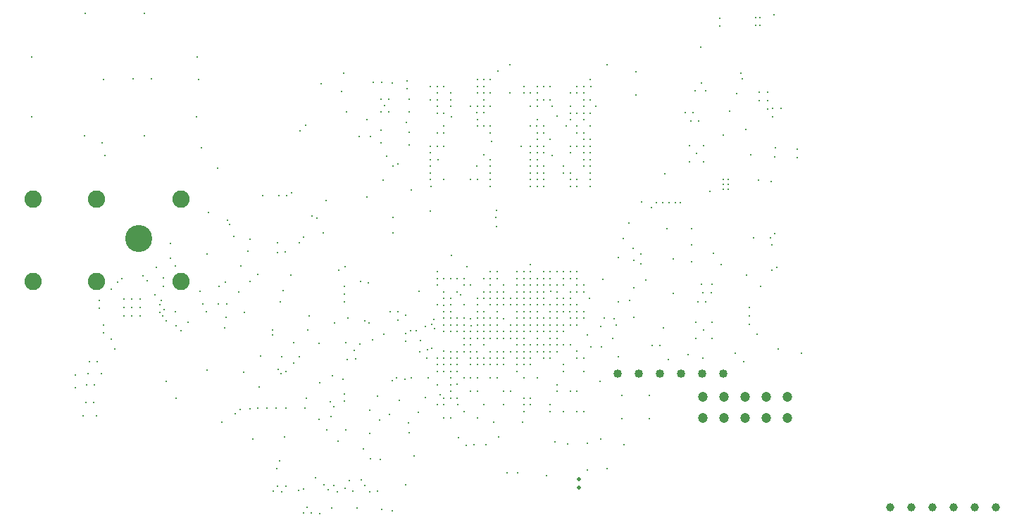
<source format=gbr>
%TF.GenerationSoftware,KiCad,Pcbnew,8.0.6-8.0.6-0~ubuntu24.04.1*%
%TF.CreationDate,2025-03-07T13:19:14+05:30*%
%TF.ProjectId,DFTBoard,44465442-6f61-4726-942e-6b696361645f,rev?*%
%TF.SameCoordinates,Original*%
%TF.FileFunction,Plated,1,8,PTH,Drill*%
%TF.FilePolarity,Positive*%
%FSLAX46Y46*%
G04 Gerber Fmt 4.6, Leading zero omitted, Abs format (unit mm)*
G04 Created by KiCad (PCBNEW 8.0.6-8.0.6-0~ubuntu24.04.1) date 2025-03-07 13:19:14*
%MOMM*%
%LPD*%
G01*
G04 APERTURE LIST*
%TA.AperFunction,ViaDrill*%
%ADD10C,0.250000*%
%TD*%
%TA.AperFunction,ComponentDrill*%
%ADD11C,0.500000*%
%TD*%
%TA.AperFunction,ComponentDrill*%
%ADD12C,1.000000*%
%TD*%
%TA.AperFunction,ComponentDrill*%
%ADD13C,1.016000*%
%TD*%
%TA.AperFunction,ComponentDrill*%
%ADD14C,1.200000*%
%TD*%
%TA.AperFunction,ComponentDrill*%
%ADD15C,2.080000*%
%TD*%
%TA.AperFunction,ComponentDrill*%
%ADD16C,3.250000*%
%TD*%
G04 APERTURE END LIST*
D10*
X105034134Y-111190000D03*
X105044134Y-103970000D03*
X110354134Y-142229025D03*
X110354134Y-143804025D03*
X111269134Y-147126525D03*
X111434134Y-113460000D03*
X111474134Y-98750000D03*
X111554134Y-145546525D03*
X111669134Y-143416525D03*
X111866634Y-142116525D03*
X111969134Y-140616525D03*
X112524134Y-145546525D03*
X112639134Y-143416525D03*
X112844134Y-147126525D03*
X112939134Y-140616525D03*
X113160000Y-133280000D03*
X113224134Y-134226525D03*
X113441634Y-142116525D03*
X113534134Y-114330000D03*
X113680000Y-137140000D03*
X113704134Y-106700000D03*
X113724134Y-136226525D03*
X113884134Y-115820000D03*
X114624134Y-131926525D03*
X114624134Y-137926525D03*
X115024134Y-139126525D03*
X115374134Y-131076525D03*
X115874134Y-130626525D03*
X116124134Y-133126525D03*
X116124134Y-134126525D03*
X116124134Y-135126525D03*
X117124134Y-133126525D03*
X117124134Y-134126525D03*
X117124134Y-135126525D03*
X117254134Y-106590000D03*
X118124134Y-133126525D03*
X118124134Y-134126525D03*
X118124134Y-135126525D03*
X118424134Y-130326525D03*
X118634134Y-98740000D03*
X118634134Y-113470000D03*
X118924134Y-130926525D03*
X119444134Y-106600000D03*
X119860000Y-132600000D03*
X120011634Y-129326525D03*
X120472271Y-133812147D03*
X120516914Y-134684525D03*
X120610790Y-133246859D03*
X120824134Y-135184525D03*
X120924134Y-130601525D03*
X120924134Y-131571525D03*
X120996241Y-134354418D03*
X121224134Y-135726525D03*
X121224134Y-143026525D03*
X121724134Y-128226525D03*
X121740000Y-126430000D03*
X122309161Y-134667354D03*
X122324134Y-129126525D03*
X122396241Y-136310204D03*
X122424134Y-145026525D03*
X123018348Y-136932311D03*
X123831124Y-135940311D03*
X124914134Y-111190000D03*
X124924134Y-104030000D03*
X125174134Y-106700000D03*
X125283313Y-132211560D03*
X125494134Y-114920000D03*
X125655420Y-133695239D03*
X126024134Y-134676525D03*
X126124134Y-127726525D03*
X126124134Y-141626525D03*
X126314148Y-122676525D03*
X127404134Y-117390000D03*
X127539134Y-133726525D03*
X127624134Y-131626525D03*
X127924134Y-147926525D03*
X128224134Y-136626525D03*
X128346241Y-131048632D03*
X128424134Y-135326525D03*
X128509134Y-133726525D03*
X128624134Y-123626525D03*
X128821133Y-124174172D03*
X129374134Y-125576525D03*
X129510366Y-146901284D03*
X129924134Y-132226525D03*
X130124134Y-146426525D03*
X130224134Y-129126525D03*
X130548411Y-141933525D03*
X130624134Y-134726525D03*
X131024134Y-127326525D03*
X131324134Y-125926525D03*
X131324134Y-131026525D03*
X131324134Y-146326525D03*
X131640000Y-149990000D03*
X132224134Y-130126525D03*
X132224134Y-146226525D03*
X132391017Y-143737622D03*
X132600000Y-139940000D03*
X132824134Y-120626525D03*
X133324134Y-146226525D03*
X134024134Y-136826525D03*
X134024134Y-137426525D03*
X134135000Y-156250000D03*
X134424134Y-146226525D03*
X134500000Y-153500000D03*
X134596241Y-126354418D03*
X134624134Y-127526525D03*
X134655000Y-155645000D03*
X134724134Y-141609526D03*
X134824134Y-120626525D03*
X134900000Y-152550000D03*
X134939134Y-133426525D03*
X135024134Y-142126525D03*
X135130000Y-140020000D03*
X135165000Y-156295000D03*
X135274134Y-132126525D03*
X135460000Y-149750000D03*
X135524134Y-127426525D03*
X135624134Y-141876525D03*
X135624134Y-146233525D03*
X135645000Y-155645000D03*
X135724134Y-120626525D03*
X136224134Y-130226525D03*
X136324134Y-120326525D03*
X136550000Y-140860000D03*
X136574134Y-138326525D03*
X137185000Y-156115000D03*
X137224134Y-126341525D03*
X137224134Y-140026525D03*
X137360000Y-112850000D03*
X137715000Y-158865000D03*
X137724123Y-125633525D03*
X137790000Y-156000000D03*
X137924134Y-146226525D03*
X138020000Y-112210000D03*
X138124134Y-145026525D03*
X138195000Y-158215000D03*
X138270000Y-136830000D03*
X138424134Y-135114025D03*
X138705000Y-158865000D03*
X138724134Y-123126525D03*
X139185000Y-154625000D03*
X139374134Y-123376525D03*
X139622793Y-147612793D03*
X139624134Y-138442704D03*
X139674134Y-143226525D03*
X139735000Y-158910000D03*
X139874134Y-107176525D03*
X140124134Y-125126525D03*
X140190000Y-155470000D03*
X140424135Y-121226525D03*
X140530000Y-148840000D03*
X140690000Y-156070000D03*
X141002793Y-145492793D03*
X141020000Y-147220000D03*
X141175000Y-158245000D03*
X141260000Y-142310000D03*
X141358707Y-146078707D03*
X141417000Y-155550000D03*
X141460000Y-136000000D03*
X141778000Y-156352284D03*
X141870000Y-150210000D03*
X142024134Y-129626525D03*
X142324134Y-108126525D03*
X142524134Y-142726525D03*
X142534134Y-105946525D03*
X142624134Y-131589025D03*
X142624134Y-132526525D03*
X142624134Y-133464025D03*
X142630000Y-145383000D03*
X142670000Y-144520000D03*
X142724134Y-129241525D03*
X142730000Y-155890000D03*
X142840000Y-148870000D03*
X142849134Y-138351525D03*
X142924134Y-110626525D03*
X143024134Y-140426525D03*
X143074134Y-135426525D03*
X143270000Y-155000000D03*
X143690000Y-156250000D03*
X143824134Y-139326525D03*
X144024134Y-140326525D03*
X144185000Y-158290000D03*
X144424134Y-113514025D03*
X144540000Y-138520000D03*
X144624134Y-131026525D03*
X144680000Y-154850000D03*
X144936634Y-151126525D03*
X145124134Y-135726525D03*
X145145000Y-155565000D03*
X145371134Y-111526525D03*
X145374134Y-120876525D03*
X145507132Y-131126525D03*
X145624134Y-136026525D03*
X145685000Y-156295500D03*
X145724134Y-146526525D03*
X145724134Y-149326525D03*
X145764134Y-113521525D03*
X145779134Y-152361525D03*
X146024134Y-138026525D03*
X146139134Y-107026525D03*
X146624134Y-144764025D03*
X146645000Y-156215000D03*
X146870000Y-147680000D03*
X146940000Y-152409525D03*
X147024134Y-109026525D03*
X147024134Y-110626525D03*
X147036634Y-112826525D03*
X147036634Y-114326525D03*
X147109134Y-107026525D03*
X147185000Y-158470000D03*
X147324134Y-118826525D03*
X147410000Y-137330000D03*
X147464134Y-109836525D03*
X147724134Y-115926525D03*
X148024134Y-109026525D03*
X148024134Y-110626525D03*
X148120000Y-147020000D03*
X148124134Y-134626525D03*
X148380000Y-158580000D03*
X148424134Y-107126525D03*
X148429079Y-142959079D03*
X148511634Y-125126525D03*
X148524134Y-117126525D03*
X148524134Y-123311525D03*
X148924134Y-142626525D03*
X149124134Y-116826525D03*
X149124134Y-134626525D03*
X149124134Y-135626525D03*
X149224134Y-145326525D03*
X149924134Y-142733525D03*
X150024134Y-135026525D03*
X150024134Y-137226525D03*
X150024134Y-138226525D03*
X150060000Y-155430000D03*
X150089134Y-111826525D03*
X150224134Y-106841525D03*
X150224134Y-107811525D03*
X150343282Y-148007377D03*
X150424134Y-113039025D03*
X150424134Y-114614025D03*
X150424134Y-149226525D03*
X150464134Y-109049025D03*
X150464134Y-110624025D03*
X150610000Y-136900000D03*
X150724134Y-120026525D03*
X150724134Y-142626525D03*
X151000000Y-152000000D03*
X151320000Y-136910000D03*
X151570000Y-146730000D03*
X151610000Y-132150000D03*
X151696653Y-139504214D03*
X151820000Y-138120000D03*
X152380000Y-144930000D03*
X152424134Y-136426525D03*
X152600000Y-140219525D03*
X152624134Y-139226525D03*
X152724134Y-142626525D03*
X153024134Y-107526525D03*
X153024134Y-109126525D03*
X153024134Y-114726525D03*
X153024134Y-115526525D03*
X153024134Y-116326525D03*
X153024134Y-118726525D03*
X153024134Y-122564025D03*
X153026408Y-117079821D03*
X153031124Y-117919997D03*
X153109282Y-119548307D03*
X153170000Y-136130000D03*
X153194134Y-139016525D03*
X153430000Y-135540000D03*
X153480000Y-136663000D03*
X153804134Y-129826525D03*
X153804134Y-130626525D03*
X153824134Y-107526525D03*
X153824134Y-108326525D03*
X153824134Y-109126525D03*
X153824134Y-109926525D03*
X153824134Y-110726525D03*
X153824134Y-113126525D03*
X153824134Y-114726525D03*
X153824134Y-131426525D03*
X153824134Y-133826525D03*
X153824134Y-140226525D03*
X153824134Y-141026525D03*
X153824134Y-141826525D03*
X153824134Y-143426525D03*
X153824134Y-145826525D03*
X153900000Y-116330000D03*
X154212596Y-144614987D03*
X154609052Y-137008107D03*
X154624134Y-107526525D03*
X154624134Y-110726525D03*
X154624134Y-112326525D03*
X154624134Y-113126525D03*
X154624134Y-114726525D03*
X154624134Y-118726525D03*
X154624134Y-130626525D03*
X154624134Y-132226525D03*
X154624134Y-133026525D03*
X154624134Y-133836525D03*
X154624134Y-134626525D03*
X154624134Y-135416525D03*
X154624134Y-136216525D03*
X154624134Y-139392263D03*
X154624134Y-140226525D03*
X154624134Y-141026525D03*
X154624134Y-141826525D03*
X154624134Y-145026525D03*
X154624134Y-145826525D03*
X154624134Y-147392266D03*
X155414134Y-136226525D03*
X155417144Y-109124927D03*
X155424134Y-108326525D03*
X155424134Y-109926525D03*
X155424134Y-130626525D03*
X155424134Y-133826525D03*
X155424134Y-134626525D03*
X155424134Y-135416525D03*
X155424134Y-137026525D03*
X155424134Y-139426525D03*
X155424134Y-140226525D03*
X155424134Y-141016525D03*
X155424134Y-141826525D03*
X155424134Y-143426525D03*
X155424134Y-144226525D03*
X155424134Y-145026525D03*
X155424134Y-147426525D03*
X155434134Y-133026525D03*
X155440000Y-142630000D03*
X155524134Y-127826525D03*
X155550880Y-111213037D03*
X156220000Y-143400000D03*
X156224134Y-130626525D03*
X156224134Y-132226525D03*
X156224134Y-135426525D03*
X156224134Y-136226525D03*
X156224134Y-137026525D03*
X156224134Y-139426525D03*
X156224134Y-140251525D03*
X156224134Y-141026525D03*
X156224134Y-141826525D03*
X156224134Y-145026525D03*
X156250000Y-145830000D03*
X156336256Y-149826256D03*
X156624134Y-132626525D03*
X157024134Y-130616525D03*
X157024134Y-131426525D03*
X157024134Y-133792266D03*
X157024134Y-135426525D03*
X157024134Y-136226525D03*
X157024134Y-137046525D03*
X157024134Y-137826525D03*
X157024134Y-138626525D03*
X157024134Y-142626525D03*
X157024134Y-146626525D03*
X157024136Y-139460786D03*
X157340000Y-150720000D03*
X157424134Y-129226525D03*
X157807388Y-135443272D03*
X157824134Y-109926525D03*
X157824134Y-118726525D03*
X157824134Y-131426525D03*
X157824134Y-137026525D03*
X157824134Y-137816525D03*
X157824134Y-139426525D03*
X157824134Y-140226525D03*
X157824134Y-141026525D03*
X157824134Y-142626525D03*
X157824134Y-144226525D03*
X157834134Y-138626525D03*
X157878001Y-136294899D03*
X158280000Y-150670000D03*
X158598501Y-110719535D03*
X158614134Y-139426525D03*
X158617144Y-117133322D03*
X158624133Y-147392265D03*
X158624134Y-106726525D03*
X158624134Y-107526525D03*
X158624134Y-108326525D03*
X158624134Y-109926525D03*
X158624134Y-111551525D03*
X158624134Y-118726525D03*
X158624134Y-133026525D03*
X158624134Y-133826525D03*
X158624134Y-134626525D03*
X158624134Y-135426525D03*
X158624134Y-136226525D03*
X158624134Y-137026525D03*
X158624134Y-137826525D03*
X158624134Y-140226525D03*
X158624134Y-141026525D03*
X158624134Y-142626525D03*
X158624134Y-144226525D03*
X158628622Y-112319535D03*
X159403648Y-115732131D03*
X159423080Y-112319535D03*
X159424134Y-106726525D03*
X159424134Y-107526525D03*
X159424134Y-108325482D03*
X159424134Y-109919535D03*
X159424134Y-130626525D03*
X159424134Y-132226525D03*
X159424134Y-133026525D03*
X159424134Y-134626525D03*
X159424134Y-135426525D03*
X159424134Y-136226525D03*
X159424134Y-137026525D03*
X159424134Y-137826525D03*
X159424134Y-140226525D03*
X159424134Y-141026525D03*
X159424134Y-145826525D03*
X159424753Y-109119535D03*
X159431127Y-110714208D03*
X159440000Y-138650000D03*
X159640000Y-150600000D03*
X160214134Y-129826525D03*
X160217376Y-117152392D03*
X160221991Y-113119535D03*
X160223872Y-109919535D03*
X160224134Y-106726525D03*
X160224134Y-108325482D03*
X160224134Y-112326525D03*
X160224134Y-116326525D03*
X160224134Y-117926525D03*
X160224134Y-118726525D03*
X160224134Y-119526525D03*
X160224134Y-130626525D03*
X160224134Y-131426525D03*
X160224134Y-132226525D03*
X160224134Y-133026525D03*
X160224134Y-133826525D03*
X160224134Y-135426525D03*
X160224134Y-136226525D03*
X160224134Y-137026525D03*
X160224134Y-137826525D03*
X160224134Y-139426525D03*
X160224134Y-140226525D03*
X160224134Y-141026525D03*
X160224134Y-142626525D03*
X160324134Y-114126525D03*
X160610000Y-147890000D03*
X160823742Y-123321132D03*
X160939134Y-122476525D03*
X160965428Y-124352712D03*
X161024134Y-129826525D03*
X161024134Y-130616525D03*
X161024134Y-132226525D03*
X161024134Y-133026525D03*
X161024134Y-133826525D03*
X161024134Y-134626525D03*
X161024134Y-137026525D03*
X161024134Y-137826525D03*
X161024134Y-139426525D03*
X161024134Y-140226525D03*
X161024134Y-141026525D03*
X161024134Y-142626525D03*
X161030000Y-135420000D03*
X161030000Y-136210000D03*
X161109134Y-105721492D03*
X161204903Y-149750526D03*
X161820000Y-135450000D03*
X161824134Y-131426525D03*
X161824134Y-133026525D03*
X161824134Y-133826525D03*
X161824134Y-137026525D03*
X161824134Y-137826525D03*
X161824134Y-139426525D03*
X161824134Y-140226525D03*
X161824134Y-141026525D03*
X161824134Y-144226525D03*
X161824134Y-145826525D03*
X161829467Y-132233515D03*
X162180000Y-154040000D03*
X162524134Y-104926525D03*
X162538505Y-108311485D03*
X162624134Y-133026525D03*
X162624134Y-133826525D03*
X162624134Y-136226525D03*
X162624134Y-137026525D03*
X162624134Y-137826525D03*
X162624134Y-139426525D03*
X162624134Y-144226525D03*
X163424134Y-129826525D03*
X163424134Y-130626525D03*
X163424134Y-131426525D03*
X163424134Y-132226525D03*
X163424134Y-133026525D03*
X163424134Y-133826525D03*
X163424134Y-134626525D03*
X163424134Y-135426525D03*
X163424134Y-136226525D03*
X163424134Y-137026525D03*
X163424134Y-137826525D03*
X163424134Y-138626525D03*
X163424134Y-139451525D03*
X163424134Y-140226525D03*
X163424134Y-141026525D03*
X163424134Y-141826525D03*
X163480000Y-154000000D03*
X163940000Y-114730000D03*
X164110000Y-147940000D03*
X164210000Y-108330000D03*
X164224134Y-129826525D03*
X164224134Y-130626525D03*
X164224134Y-131426525D03*
X164224134Y-132226525D03*
X164224134Y-133026525D03*
X164224134Y-133826525D03*
X164224134Y-134626525D03*
X164224134Y-135426525D03*
X164224134Y-136226525D03*
X164224134Y-137026525D03*
X164224134Y-137826525D03*
X164224134Y-138626525D03*
X164224134Y-139426525D03*
X164224134Y-140226525D03*
X164224134Y-141026525D03*
X164224134Y-142626525D03*
X164224134Y-145026525D03*
X164224134Y-145826525D03*
X164224134Y-146626525D03*
X164256671Y-107559672D03*
X165000000Y-108333525D03*
X165020000Y-116350000D03*
X165024134Y-109926525D03*
X165024134Y-112326525D03*
X165024134Y-115521015D03*
X165024134Y-117108515D03*
X165024134Y-117926525D03*
X165024134Y-118726525D03*
X165024134Y-119526525D03*
X165024134Y-128926525D03*
X165024134Y-129826525D03*
X165024134Y-130626525D03*
X165024134Y-131426525D03*
X165024134Y-132226525D03*
X165024134Y-133026525D03*
X165024134Y-133826525D03*
X165024134Y-134626525D03*
X165024134Y-135426525D03*
X165024134Y-136226525D03*
X165024134Y-137026525D03*
X165024134Y-138626525D03*
X165024134Y-139426525D03*
X165024134Y-140226525D03*
X165024134Y-141026525D03*
X165024134Y-145026525D03*
X165024134Y-145826525D03*
X165031124Y-114722512D03*
X165735664Y-112326526D03*
X165824134Y-107526525D03*
X165824134Y-108326525D03*
X165824134Y-109126525D03*
X165824134Y-109926525D03*
X165824134Y-111526525D03*
X165824134Y-113126525D03*
X165824134Y-113926525D03*
X165824134Y-114726525D03*
X165824134Y-115526525D03*
X165824134Y-116326525D03*
X165824134Y-117126525D03*
X165824134Y-117926525D03*
X165824134Y-118726525D03*
X165824134Y-119526525D03*
X165824134Y-130626525D03*
X165824134Y-131426525D03*
X165824134Y-132226525D03*
X165824134Y-133026525D03*
X165824134Y-133826525D03*
X165824134Y-134626525D03*
X165824134Y-135426525D03*
X165824134Y-136226525D03*
X165824134Y-137026525D03*
X165824134Y-138626525D03*
X165824134Y-139426525D03*
X165824134Y-142626525D03*
X165858395Y-137826523D03*
X166612766Y-133026000D03*
X166619231Y-132226525D03*
X166624134Y-107526525D03*
X166624134Y-109126525D03*
X166624134Y-112326525D03*
X166624134Y-113126525D03*
X166624134Y-115526525D03*
X166624134Y-117126525D03*
X166624134Y-117926525D03*
X166624134Y-118726525D03*
X166624134Y-119526525D03*
X166624134Y-129826525D03*
X166624134Y-130626525D03*
X166624134Y-131426525D03*
X166624134Y-133826525D03*
X166624134Y-135426525D03*
X166624134Y-136226525D03*
X166624134Y-137026525D03*
X166624134Y-138626525D03*
X166624134Y-139426525D03*
X166624134Y-140236525D03*
X166630000Y-114700000D03*
X167000000Y-154360000D03*
X167420000Y-135433000D03*
X167424134Y-107526525D03*
X167424134Y-109126525D03*
X167424134Y-113926525D03*
X167424134Y-129826525D03*
X167424134Y-130626525D03*
X167424134Y-131426525D03*
X167424134Y-133826525D03*
X167424134Y-134616525D03*
X167424134Y-136216525D03*
X167424134Y-137026525D03*
X167424134Y-137826525D03*
X167424134Y-138626525D03*
X167424134Y-139426525D03*
X167424134Y-140226525D03*
X167424134Y-145826525D03*
X167424134Y-146626525D03*
X167435368Y-132221711D03*
X167623102Y-115807613D03*
X167624134Y-109926525D03*
X167990000Y-150330000D03*
X168224133Y-133819525D03*
X168224134Y-111126525D03*
X168224134Y-129826525D03*
X168224134Y-131426525D03*
X168224134Y-132226525D03*
X168224134Y-133026525D03*
X168224134Y-134626525D03*
X168224134Y-135416525D03*
X168224134Y-136226525D03*
X168224134Y-137826525D03*
X168224134Y-138626525D03*
X168224134Y-139426525D03*
X168224134Y-143426525D03*
X168224134Y-144226525D03*
X168258393Y-137026525D03*
X169020113Y-129826525D03*
X169024134Y-117126525D03*
X169024134Y-117926525D03*
X169024134Y-130626525D03*
X169024134Y-131426525D03*
X169024134Y-133026525D03*
X169024134Y-133826525D03*
X169024134Y-134626525D03*
X169024134Y-136226525D03*
X169024134Y-137026525D03*
X169024134Y-138626525D03*
X169024134Y-141026525D03*
X169024134Y-141826525D03*
X169024134Y-146626525D03*
X169349810Y-112319525D03*
X169520000Y-150550000D03*
X169790000Y-134640000D03*
X169806124Y-129824450D03*
X169820000Y-135430000D03*
X169824134Y-108326525D03*
X169824134Y-109926525D03*
X169824134Y-110726525D03*
X169824134Y-111526525D03*
X169824134Y-114726525D03*
X169824134Y-115526525D03*
X169824134Y-117926525D03*
X169824134Y-118726525D03*
X169824134Y-119526525D03*
X169824134Y-130626525D03*
X169824134Y-132226525D03*
X169824134Y-133026525D03*
X169824134Y-133826525D03*
X169824134Y-136226525D03*
X169824134Y-138626525D03*
X169824134Y-144226525D03*
X170607387Y-134626526D03*
X170619221Y-118733515D03*
X170624134Y-107526525D03*
X170624134Y-108326525D03*
X170624134Y-110726525D03*
X170624134Y-112326525D03*
X170624134Y-113126525D03*
X170624134Y-114726525D03*
X170624134Y-119526525D03*
X170624134Y-130626525D03*
X170624134Y-131426525D03*
X170624134Y-132226525D03*
X170624134Y-133826525D03*
X170624134Y-136226525D03*
X170624134Y-139416525D03*
X170624134Y-140226525D03*
X170624134Y-144226525D03*
X170624134Y-146626525D03*
X170625760Y-135418151D03*
X170641178Y-129823982D03*
X171417144Y-117139257D03*
X171424134Y-107526525D03*
X171424134Y-108326525D03*
X171424134Y-109126525D03*
X171424134Y-109926525D03*
X171424134Y-110726525D03*
X171424134Y-111526525D03*
X171424134Y-113126525D03*
X171424134Y-113926525D03*
X171424134Y-114726525D03*
X171424134Y-115526525D03*
X171424134Y-116326525D03*
X171424134Y-131426525D03*
X171424134Y-132226525D03*
X171424134Y-134626525D03*
X171424134Y-135426525D03*
X171424134Y-141826525D03*
X171424134Y-146626525D03*
X171434134Y-140226525D03*
X171860000Y-150470000D03*
X171899134Y-137451525D03*
X171900000Y-153670000D03*
X172124134Y-133026525D03*
X172224134Y-106726525D03*
X172224134Y-109126525D03*
X172224134Y-110726525D03*
X172224134Y-112326525D03*
X172224134Y-113926525D03*
X172224134Y-114726525D03*
X172224134Y-115526525D03*
X172224134Y-116326525D03*
X172224134Y-117126525D03*
X172224134Y-117926525D03*
X172224134Y-118726525D03*
X172224134Y-119526525D03*
X172300000Y-107530000D03*
X172324134Y-138869525D03*
X172870000Y-109940000D03*
X173429934Y-143024318D03*
X173450000Y-149970000D03*
X173490000Y-136380000D03*
X173525166Y-138869525D03*
X173724134Y-130726525D03*
X173924134Y-135412526D03*
X174224134Y-104926525D03*
X174260000Y-153490000D03*
X174939134Y-137826525D03*
X175090000Y-135470000D03*
X175324134Y-136212526D03*
X175620000Y-140030000D03*
X175624134Y-128126525D03*
X175624134Y-133426525D03*
X176024134Y-144726525D03*
X176024134Y-147481525D03*
X176224134Y-125826525D03*
X176290000Y-150660000D03*
X176890000Y-123940000D03*
X176924134Y-133311525D03*
X177350000Y-127030000D03*
X177424134Y-131726525D03*
X177431134Y-128426525D03*
X177474142Y-135320731D03*
X177724134Y-105726525D03*
X177724134Y-108526525D03*
X178284124Y-127674525D03*
X178299741Y-128895132D03*
X178430000Y-121410000D03*
X178936265Y-130820196D03*
X179324134Y-144726525D03*
X179324134Y-147526525D03*
X179580000Y-122070000D03*
X179639134Y-138726525D03*
X180140000Y-121500000D03*
X180609134Y-138726525D03*
X180910000Y-121520000D03*
X180974134Y-136576525D03*
X181224134Y-118041525D03*
X181424134Y-124626525D03*
X181574134Y-140376525D03*
X181660000Y-121530000D03*
X182224134Y-128326525D03*
X182224134Y-132426525D03*
X182460000Y-121530000D03*
X183070000Y-121530000D03*
X183639134Y-110719525D03*
X183990000Y-139800000D03*
X184124134Y-114626525D03*
X184124134Y-116626525D03*
X184274134Y-111693527D03*
X184373314Y-124650405D03*
X184373314Y-126626525D03*
X184373314Y-128602645D03*
X184609134Y-110719525D03*
X184809134Y-108076525D03*
X184874134Y-135876525D03*
X184874134Y-137876525D03*
X185024134Y-115626525D03*
X185124134Y-133426525D03*
X185274134Y-111726525D03*
X185530000Y-102820000D03*
X185610000Y-107140000D03*
X185624134Y-131326525D03*
X185789134Y-132376525D03*
X185790000Y-140190000D03*
X185874134Y-114626525D03*
X185874134Y-116626525D03*
X185874134Y-136876525D03*
X186089134Y-108076525D03*
X186124134Y-133426525D03*
X186609134Y-120126525D03*
X186759134Y-132376525D03*
X186824134Y-131326525D03*
X186874134Y-135876525D03*
X186874134Y-137876525D03*
X187024134Y-127626525D03*
X187770000Y-99290000D03*
X187770000Y-100290000D03*
X187924134Y-128926525D03*
X188220000Y-113410000D03*
X188224134Y-118726525D03*
X188224134Y-119326525D03*
X188224134Y-119926525D03*
X188824134Y-118726525D03*
X188824134Y-119326525D03*
X188824134Y-119926525D03*
X188930000Y-110470000D03*
X189624134Y-139641525D03*
X189824134Y-108426525D03*
X190310000Y-105940000D03*
X190510000Y-106640000D03*
X190624134Y-140611525D03*
X190890000Y-112680000D03*
X191024134Y-130276525D03*
X191324134Y-134126525D03*
X191324134Y-135126525D03*
X191324134Y-136126525D03*
X191500000Y-115780000D03*
X191824134Y-125726525D03*
X192090000Y-99210000D03*
X192090000Y-100210000D03*
X192260000Y-137340000D03*
X192424134Y-118841525D03*
X192543475Y-108224134D03*
X192543475Y-109224134D03*
X192590000Y-99210000D03*
X192590000Y-100210000D03*
X192709134Y-131626525D03*
X193543475Y-108224134D03*
X193543475Y-109224134D03*
X193543475Y-110224134D03*
X193924134Y-125726525D03*
X193980000Y-119010000D03*
X194024134Y-126626525D03*
X194024134Y-129626525D03*
X194140000Y-110160000D03*
X194140000Y-111160000D03*
X194310000Y-98950000D03*
X194424134Y-125226525D03*
X194430000Y-116030000D03*
X194440000Y-114910000D03*
X194624134Y-129326525D03*
X194840000Y-139130000D03*
X195140000Y-110160000D03*
X197140000Y-115060000D03*
X197140000Y-116060000D03*
X197624134Y-139611525D03*
D11*
%TO.C,J401*%
X170820000Y-154830000D03*
X170820000Y-155830000D03*
D12*
%TO.C,J702*%
X208260000Y-158140000D03*
X210800000Y-158140000D03*
X213340000Y-158140000D03*
X215880000Y-158140000D03*
X218420000Y-158140000D03*
X220960000Y-158140000D03*
D13*
%TO.C,U17*%
X175524134Y-142126525D03*
X178064134Y-142126525D03*
X180604134Y-142126525D03*
X183144134Y-142126525D03*
X185684134Y-142126525D03*
X188224134Y-142126525D03*
D14*
%TO.C,CON1*%
X185744134Y-144856525D03*
X185744134Y-147396525D03*
X188284134Y-144856525D03*
X188284134Y-147396525D03*
X190824134Y-144856525D03*
X190824134Y-147396525D03*
X193364134Y-144856525D03*
X193364134Y-147396525D03*
X195904134Y-144856525D03*
X195904134Y-147396525D03*
D15*
%TO.C,J3*%
X105230000Y-121110000D03*
X105230000Y-131020000D03*
X112850000Y-121110000D03*
X112850000Y-131020000D03*
X123010000Y-121110000D03*
X123010000Y-131020000D03*
D16*
X117930000Y-125860000D03*
M02*

</source>
